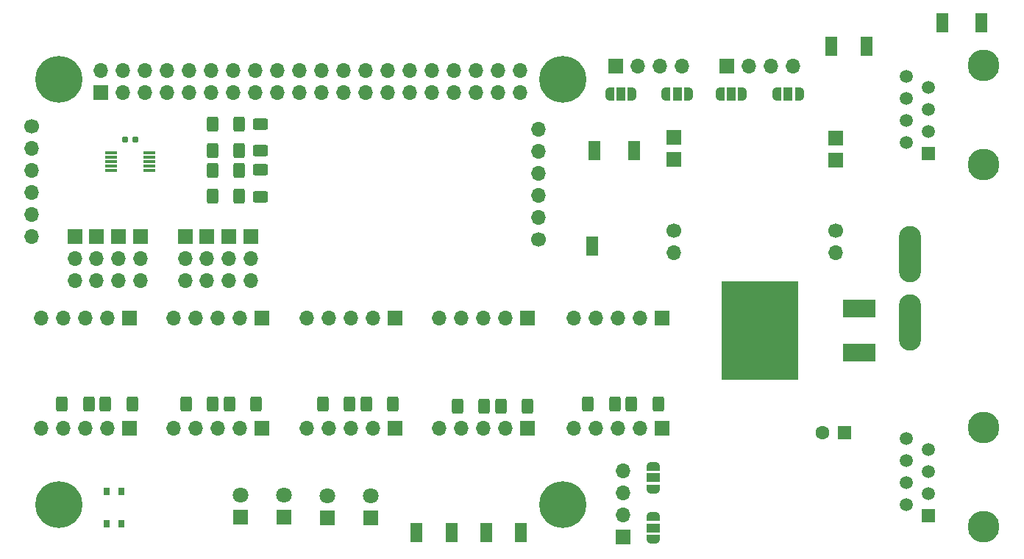
<source format=gbr>
%TF.GenerationSoftware,KiCad,Pcbnew,7.0.1*%
%TF.CreationDate,2023-08-16T19:59:43-04:00*%
%TF.ProjectId,DaughterBoard_UTAP,44617567-6874-4657-9242-6f6172645f55,rev?*%
%TF.SameCoordinates,Original*%
%TF.FileFunction,Soldermask,Top*%
%TF.FilePolarity,Negative*%
%FSLAX46Y46*%
G04 Gerber Fmt 4.6, Leading zero omitted, Abs format (unit mm)*
G04 Created by KiCad (PCBNEW 7.0.1) date 2023-08-16 19:59:43*
%MOMM*%
%LPD*%
G01*
G04 APERTURE LIST*
G04 Aperture macros list*
%AMRoundRect*
0 Rectangle with rounded corners*
0 $1 Rounding radius*
0 $2 $3 $4 $5 $6 $7 $8 $9 X,Y pos of 4 corners*
0 Add a 4 corners polygon primitive as box body*
4,1,4,$2,$3,$4,$5,$6,$7,$8,$9,$2,$3,0*
0 Add four circle primitives for the rounded corners*
1,1,$1+$1,$2,$3*
1,1,$1+$1,$4,$5*
1,1,$1+$1,$6,$7*
1,1,$1+$1,$8,$9*
0 Add four rect primitives between the rounded corners*
20,1,$1+$1,$2,$3,$4,$5,0*
20,1,$1+$1,$4,$5,$6,$7,0*
20,1,$1+$1,$6,$7,$8,$9,0*
20,1,$1+$1,$8,$9,$2,$3,0*%
%AMFreePoly0*
4,1,19,0.550000,-0.750000,0.000000,-0.750000,0.000000,-0.744911,-0.071157,-0.744911,-0.207708,-0.704816,-0.327430,-0.627875,-0.420627,-0.520320,-0.479746,-0.390866,-0.500000,-0.250000,-0.500000,0.250000,-0.479746,0.390866,-0.420627,0.520320,-0.327430,0.627875,-0.207708,0.704816,-0.071157,0.744911,0.000000,0.744911,0.000000,0.750000,0.550000,0.750000,0.550000,-0.750000,0.550000,-0.750000,
$1*%
%AMFreePoly1*
4,1,19,0.000000,0.744911,0.071157,0.744911,0.207708,0.704816,0.327430,0.627875,0.420627,0.520320,0.479746,0.390866,0.500000,0.250000,0.500000,-0.250000,0.479746,-0.390866,0.420627,-0.520320,0.327430,-0.627875,0.207708,-0.704816,0.071157,-0.744911,0.000000,-0.744911,0.000000,-0.750000,-0.550000,-0.750000,-0.550000,0.750000,0.000000,0.750000,0.000000,0.744911,0.000000,0.744911,
$1*%
G04 Aperture macros list end*
%ADD10RoundRect,0.250000X-0.400000X-0.625000X0.400000X-0.625000X0.400000X0.625000X-0.400000X0.625000X0*%
%ADD11R,1.800000X1.800000*%
%ADD12C,1.800000*%
%ADD13C,5.400000*%
%ADD14RoundRect,0.250000X0.400000X0.625000X-0.400000X0.625000X-0.400000X-0.625000X0.400000X-0.625000X0*%
%ADD15R,0.800000X0.950000*%
%ADD16C,3.650000*%
%ADD17R,1.500000X1.500000*%
%ADD18C,1.500000*%
%ADD19R,1.400000X2.200000*%
%ADD20FreePoly0,0.000000*%
%ADD21R,1.000000X1.500000*%
%ADD22FreePoly1,0.000000*%
%ADD23O,1.700000X1.700000*%
%ADD24C,1.700000*%
%ADD25R,1.700000X1.700000*%
%ADD26R,1.600000X1.600000*%
%ADD27C,1.600000*%
%ADD28FreePoly0,270.000000*%
%ADD29R,1.500000X1.000000*%
%ADD30FreePoly1,270.000000*%
%ADD31RoundRect,0.155000X0.212500X0.155000X-0.212500X0.155000X-0.212500X-0.155000X0.212500X-0.155000X0*%
%ADD32RoundRect,0.250000X-0.625000X0.400000X-0.625000X-0.400000X0.625000X-0.400000X0.625000X0.400000X0*%
%ADD33R,1.400000X0.300000*%
%ADD34O,2.540000X6.502400*%
%ADD35RoundRect,0.250000X0.625000X-0.400000X0.625000X0.400000X-0.625000X0.400000X-0.625000X-0.400000X0*%
%ADD36R,3.810000X2.080000*%
%ADD37R,8.890000X11.430000*%
G04 APERTURE END LIST*
D10*
%TO.C,R16*%
X85700000Y-105750000D03*
X88800000Y-105750000D03*
%TD*%
%TO.C,R15*%
X101200000Y-106000000D03*
X104300000Y-106000000D03*
%TD*%
%TO.C,R14*%
X55700000Y-105750000D03*
X58800000Y-105750000D03*
%TD*%
%TO.C,R13*%
X69950000Y-105750000D03*
X73050000Y-105750000D03*
%TD*%
%TO.C,R12*%
X119300000Y-105750000D03*
X116200000Y-105750000D03*
%TD*%
D11*
%TO.C,GPIO_22*%
X76250000Y-118790000D03*
D12*
X76250000Y-116250000D03*
%TD*%
D10*
%TO.C,R6*%
X73000000Y-76500000D03*
X76100000Y-76500000D03*
%TD*%
D13*
%TO.C,*%
X55320000Y-117290000D03*
%TD*%
D14*
%TO.C,R9*%
X63800000Y-105750000D03*
X60700000Y-105750000D03*
%TD*%
D11*
%TO.C,GPIO_24*%
X86250000Y-118805000D03*
D12*
X86250000Y-116265000D03*
%TD*%
D15*
%TO.C,LED1*%
X60800000Y-115825000D03*
X62500000Y-115825000D03*
%TD*%
D16*
%TO.C,    X2    *%
X161770000Y-78097500D03*
X161770000Y-66667500D03*
D17*
X155420000Y-76827500D03*
D18*
X152880000Y-75557500D03*
X155420000Y-74287500D03*
X152880000Y-73017500D03*
X155420000Y-71747500D03*
X152880000Y-70477500D03*
X155420000Y-69207500D03*
X152880000Y-67937500D03*
%TD*%
D19*
%TO.C,TP4*%
X157000000Y-61750000D03*
%TD*%
D20*
%TO.C,JP5*%
X125200000Y-70000000D03*
D21*
X126500000Y-70000000D03*
D22*
X127800000Y-70000000D03*
%TD*%
D14*
%TO.C,R7*%
X93800000Y-105750000D03*
X90700000Y-105750000D03*
%TD*%
D23*
%TO.C,U6*%
X110534033Y-74032000D03*
X110534033Y-76572000D03*
X110534033Y-79112000D03*
X110534033Y-81652000D03*
X110534033Y-84192000D03*
D24*
X110534033Y-86732000D03*
X52209033Y-73757000D03*
D23*
X52209033Y-76297000D03*
X52209033Y-78837000D03*
X52209033Y-81377000D03*
X52209033Y-83917000D03*
X52209033Y-86457000D03*
D25*
X57148033Y-86384000D03*
D23*
X57148033Y-88924000D03*
X57148033Y-91464000D03*
D25*
X59673033Y-86384000D03*
D23*
X59673033Y-88924000D03*
X59673033Y-91464000D03*
D25*
X62213033Y-86384000D03*
D23*
X62213033Y-88924000D03*
X62213033Y-91464000D03*
D25*
X64763033Y-86384000D03*
D23*
X64763033Y-88924000D03*
X64763033Y-91464000D03*
D25*
X69848033Y-86384000D03*
D23*
X69848033Y-88924000D03*
X69848033Y-91464000D03*
D25*
X72373033Y-86384000D03*
D23*
X72373033Y-88924000D03*
X72373033Y-91464000D03*
D25*
X74913033Y-86384000D03*
D23*
X74913033Y-88924000D03*
X74913033Y-91464000D03*
D25*
X77463033Y-86384000D03*
D23*
X77463033Y-88924000D03*
X77463033Y-91464000D03*
%TD*%
D11*
%TO.C,GPIO_23*%
X81250000Y-118790000D03*
D12*
X81250000Y-116250000D03*
%TD*%
D23*
%TO.C,U5*%
X83820000Y-108550000D03*
X86360000Y-108550000D03*
X88900000Y-108550000D03*
X91440000Y-108550000D03*
D25*
X93980000Y-108550000D03*
X93980000Y-95850000D03*
D23*
X91440000Y-95850000D03*
X88900000Y-95850000D03*
X86360000Y-95850000D03*
X83820000Y-95850000D03*
%TD*%
%TO.C,U3*%
X114570000Y-108500000D03*
X117110000Y-108500000D03*
X119650000Y-108500000D03*
X122190000Y-108500000D03*
D25*
X124730000Y-108500000D03*
X124730000Y-95800000D03*
D23*
X122190000Y-95800000D03*
X119650000Y-95800000D03*
X117110000Y-95800000D03*
X114570000Y-95800000D03*
%TD*%
D14*
%TO.C,R10*%
X78050000Y-105750000D03*
X74950000Y-105750000D03*
%TD*%
D20*
%TO.C,JP1*%
X131400000Y-70000000D03*
D21*
X132700000Y-70000000D03*
D22*
X134000000Y-70000000D03*
%TD*%
D14*
%TO.C,R2*%
X76100000Y-73500000D03*
X73000000Y-73500000D03*
%TD*%
D11*
%TO.C,GPIO_25*%
X91250000Y-118805000D03*
D12*
X91250000Y-116265000D03*
%TD*%
D25*
%TO.C,J1*%
X119460000Y-66750000D03*
D23*
X122000000Y-66750000D03*
X124540000Y-66750000D03*
X127080000Y-66750000D03*
%TD*%
D26*
%TO.C,C1*%
X145750000Y-109000000D03*
D27*
X143250000Y-109000000D03*
%TD*%
D28*
%TO.C,JP4*%
X123750000Y-112920000D03*
D29*
X123750000Y-114220000D03*
D30*
X123750000Y-115520000D03*
%TD*%
D23*
%TO.C,U4*%
X99070000Y-108500000D03*
X101610000Y-108500000D03*
X104150000Y-108500000D03*
X106690000Y-108500000D03*
D25*
X109230000Y-108500000D03*
X109230000Y-95800000D03*
D23*
X106690000Y-95800000D03*
X104150000Y-95800000D03*
X101610000Y-95800000D03*
X99070000Y-95800000D03*
%TD*%
D19*
%TO.C,TP6*%
X144250000Y-64500000D03*
%TD*%
D13*
%TO.C,*%
X113320000Y-117290000D03*
%TD*%
D20*
%TO.C,JP2*%
X137950000Y-70000000D03*
D21*
X139250000Y-70000000D03*
D22*
X140550000Y-70000000D03*
%TD*%
D20*
%TO.C,JP6*%
X118700000Y-70000000D03*
D21*
X120000000Y-70000000D03*
D22*
X121300000Y-70000000D03*
%TD*%
D31*
%TO.C,C2*%
X64117500Y-75275000D03*
X62982500Y-75275000D03*
%TD*%
D19*
%TO.C,GND*%
X117000000Y-76500000D03*
%TD*%
%TO.C,TP8*%
X108500000Y-120500000D03*
%TD*%
D32*
%TO.C,R3*%
X78550000Y-78725000D03*
X78550000Y-81825000D03*
%TD*%
D14*
%TO.C,R8*%
X109300000Y-106000000D03*
X106200000Y-106000000D03*
%TD*%
D23*
%TO.C,U1*%
X53270000Y-108550000D03*
X55810000Y-108550000D03*
X58350000Y-108550000D03*
X60890000Y-108550000D03*
D25*
X63430000Y-108550000D03*
X63430000Y-95850000D03*
D23*
X60890000Y-95850000D03*
X58350000Y-95850000D03*
X55810000Y-95850000D03*
X53270000Y-95850000D03*
%TD*%
D33*
%TO.C,IC1*%
X61350000Y-76775000D03*
X61350000Y-77275000D03*
X61350000Y-77775000D03*
X61350000Y-78275000D03*
X61350000Y-78775000D03*
X65750000Y-78775000D03*
X65750000Y-78275000D03*
X65750000Y-77775000D03*
X65750000Y-77275000D03*
X65750000Y-76775000D03*
%TD*%
D19*
%TO.C,TP9*%
X116750000Y-87500000D03*
%TD*%
D14*
%TO.C,R1*%
X76100000Y-81775000D03*
X73000000Y-81775000D03*
%TD*%
D34*
%TO.C,J3*%
X153245000Y-88440000D03*
X153245000Y-96314000D03*
%TD*%
D19*
%TO.C,TP10*%
X121500000Y-76500000D03*
%TD*%
D25*
%TO.C,BME/BMP280*%
X120250000Y-121050000D03*
D23*
X120250000Y-118510000D03*
X120250000Y-115970000D03*
X120250000Y-113430000D03*
%TD*%
D13*
%TO.C,*%
X113320000Y-68290000D03*
%TD*%
D19*
%TO.C,TP1*%
X96500000Y-120500000D03*
%TD*%
D35*
%TO.C,R4*%
X78550000Y-76550000D03*
X78550000Y-73450000D03*
%TD*%
D23*
%TO.C,U2*%
X68570000Y-108500000D03*
X71110000Y-108500000D03*
X73650000Y-108500000D03*
X76190000Y-108500000D03*
D25*
X78730000Y-108500000D03*
X78730000Y-95800000D03*
D23*
X76190000Y-95800000D03*
X73650000Y-95800000D03*
X71110000Y-95800000D03*
X68570000Y-95800000D03*
%TD*%
D15*
%TO.C,LED2*%
X60800000Y-119500000D03*
X62500000Y-119500000D03*
%TD*%
D25*
%TO.C,OLED*%
X132200000Y-66750000D03*
D23*
X134740000Y-66750000D03*
X137280000Y-66750000D03*
X139820000Y-66750000D03*
%TD*%
D36*
%TO.C,Q1*%
X147485000Y-99790000D03*
D37*
X136055000Y-97250000D03*
D36*
X147485000Y-94710000D03*
%TD*%
D28*
%TO.C,JP3*%
X123750000Y-118700000D03*
D29*
X123750000Y-120000000D03*
D30*
X123750000Y-121300000D03*
%TD*%
D19*
%TO.C,TP2*%
X100500000Y-120500000D03*
%TD*%
%TO.C,TP7*%
X104500000Y-120500000D03*
%TD*%
D13*
%TO.C,*%
X55320000Y-68290000D03*
%TD*%
D16*
%TO.C,    X1    *%
X161770000Y-119847500D03*
X161770000Y-108417500D03*
D17*
X155420000Y-118577500D03*
D18*
X152880000Y-117307500D03*
X155420000Y-116037500D03*
X152880000Y-114767500D03*
X155420000Y-113497500D03*
X152880000Y-112227500D03*
X155420000Y-110957500D03*
X152880000Y-109687500D03*
%TD*%
D10*
%TO.C,R5*%
X73000000Y-78775000D03*
X76100000Y-78775000D03*
%TD*%
D19*
%TO.C,TP5*%
X148250000Y-64500000D03*
%TD*%
D14*
%TO.C,R11*%
X124300000Y-105750000D03*
X121200000Y-105750000D03*
%TD*%
D23*
%TO.C,U7*%
X126100000Y-88290000D03*
D24*
X126100000Y-85750000D03*
D23*
X144700000Y-88240000D03*
D24*
X144700000Y-85700000D03*
D25*
X144700000Y-77580000D03*
X144700000Y-75040000D03*
X126100000Y-77530000D03*
X126100000Y-74990000D03*
%TD*%
D19*
%TO.C,TP3*%
X161500000Y-61750000D03*
%TD*%
D25*
%TO.C,J4*%
X60150000Y-69790000D03*
D23*
X60150000Y-67250000D03*
X62690000Y-69790000D03*
X62690000Y-67250000D03*
X65230000Y-69790000D03*
X65230000Y-67250000D03*
X67770000Y-69790000D03*
X67770000Y-67250000D03*
X70310000Y-69790000D03*
X70310000Y-67250000D03*
X72850000Y-69790000D03*
X72850000Y-67250000D03*
X75390000Y-69790000D03*
X75390000Y-67250000D03*
X77930000Y-69790000D03*
X77930000Y-67250000D03*
X80470000Y-69790000D03*
X80470000Y-67250000D03*
X83010000Y-69790000D03*
X83010000Y-67250000D03*
X85550000Y-69790000D03*
X85550000Y-67250000D03*
X88090000Y-69790000D03*
X88090000Y-67250000D03*
X90630000Y-69790000D03*
X90630000Y-67250000D03*
X93170000Y-69790000D03*
X93170000Y-67250000D03*
X95710000Y-69790000D03*
X95710000Y-67250000D03*
X98250000Y-69790000D03*
X98250000Y-67250000D03*
X100790000Y-69790000D03*
X100790000Y-67250000D03*
X103330000Y-69790000D03*
X103330000Y-67250000D03*
X105870000Y-69790000D03*
X105870000Y-67250000D03*
X108410000Y-69790000D03*
X108410000Y-67250000D03*
%TD*%
M02*

</source>
